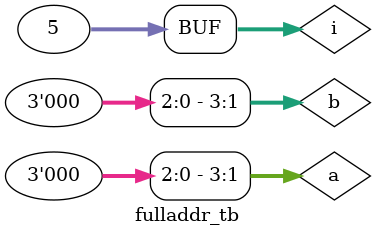
<source format=v>
/**
full adder
- 3 inputs, a and b to add, cin the the carry from a previous stage (if existed)
- 2 outputs, sum is the sum of a, b, cin, cout is the carry if existed

4   4   1      1     4
a + b + cin = {cout, sum}

output
# KERNEL: [0] a='b0000 b='b0000 cin='b0 cout='b0 sum='b0000
# KERNEL: [10] a='b0100 b='b0001 cin='b1 cout='b0 sum='b0110        // a + b + cin: 0100b + 0001b + 1b = 0_0110b (cout = 0b, sum = 0110b)
# KERNEL: [20] a='b0011 b='b1101 cin='b1 cout='b1 sum='b0001        // a + b + cin = 0011b + 1101b + 1b = 1_0001b (cout = 1b, sum = 0001b)
# KERNEL: [30] a='b0101 b='b0010 cin='b1 cout='b0 sum='b1000
# KERNEL: [40] a='b1101 b='b0110 cin='b1 cout='b1 sum='b0100
# KERNEL: [50] a='b1101 b='b1100 cin='b1 cout='b1 sum='b1010

**/

module fulladdr(a, b, cin, sum, cout);

    input [3:0] a;      // cannot be unpacked: input a [3:0]
    input [3:0] b;      // cannot be unpacked: input b [3:0]
    input cin;
    output [3:0] sum;
    output cout;

    //assign sum=(a^b^cin);
    //assign cout=((a&b)|(b&cin)|(a&cin));

    assign {cout, sum} = a + b + cin;

    // always @(a or b or cin) begin
    //     {cout, sum} = a + b + cin;
    // end

endmodule

module fulladdr_tb;
    reg [3:0] a;
    reg [3:0] b;
    reg cin, cout;
    wire [3:0] sum;
    integer i;

    fulladdr fa0 (.a (a), .b (b), .cin (cin), .cout (cout), .sum (sum));

    initial begin 
        a <= 0;
        b <= 0;
        cin <= 0;

      $monitor ("[%0t] a='b%4b b='b%4b cin='b%1b cout='b%1b sum='b%4b", $time, a, b, cin, cout, sum);

        for (i = 0; i < 5; i++) begin
            #10;
            a <= $random;
            b <= $random;
            cin <= $random;
        end
    end
endmodule
</source>
